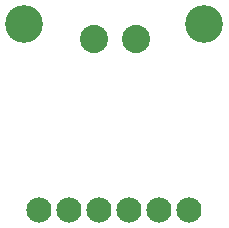
<source format=gbr>
G04 EAGLE Gerber RS-274X export*
G75*
%MOMM*%
%FSLAX34Y34*%
%LPD*%
%INSoldermask Bottom*%
%IPPOS*%
%AMOC8*
5,1,8,0,0,1.08239X$1,22.5*%
G01*
%ADD10C,2.387600*%
%ADD11C,3.203200*%
%ADD12C,2.133600*%


D10*
X119600Y165100D03*
X84600Y165100D03*
D11*
X177800Y177800D03*
X25400Y177800D03*
D12*
X38100Y20320D03*
X63500Y20320D03*
X88900Y20320D03*
X114300Y20320D03*
X139700Y20320D03*
X165100Y20320D03*
M02*

</source>
